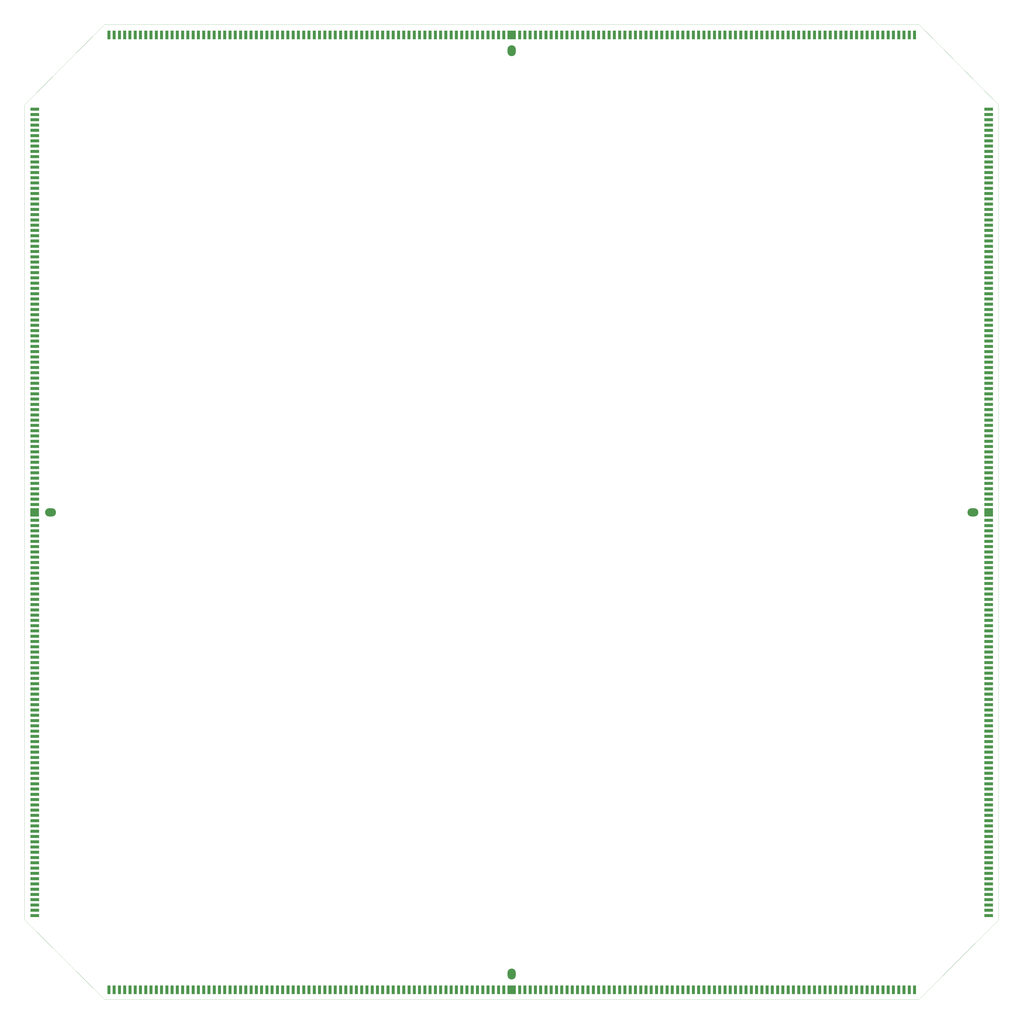
<source format=gbr>
G04 CAM350 V9.5 (Build 208) Date:  Fri Oct 27 13:29:48 2023 *
G04 Database: z:\traf_for_all_2023\proton_ushakov\ram558_558_alfametall montag_new(Íóæåí ðàìî÷íûé òðàôàðåò! ).pcb *
G04 Layer 1: TopPaste *
%FSLAX42Y42*%
%MOMM*%
%SFA1.000B1.000*%

%MIA0B0*%
%IPPOS*%
%ADD10C,0.10000*%
%ADD11O,4.71000X6.22029*%
%ADD13O,4.71000X6.22029*%
%ADD14O,6.22029X4.71000*%
%ADD15O,6.22029X4.71000*%
%ADD16R,1.80000X5.00000*%
%ADD17R,5.00000X1.80000*%
%ADD18R,4.81000X5.00000*%
%ADD19R,5.00000X4.81000*%
%LNTopPaste*%
%LPD*%
G54D16*
X-22940Y27156D03*
G54D17*
X-27166Y22929D03*
X27188D03*
G54D16*
X-22939Y-27198D03*
G54D18*
X11Y27157D03*
Y-27199D03*
G54D19*
X-27167Y-20D03*
X27189Y-21D03*
G54D16*
X-22640Y27156D03*
X-22340D03*
X-22040D03*
X-21740D03*
X-21440D03*
X-21140D03*
X-20840D03*
X-20540D03*
X-20240D03*
X-19940D03*
X-19640D03*
X-19340D03*
X-19040D03*
X-18740D03*
X-18440D03*
X-18140D03*
X-17840D03*
X-17540D03*
X-17240D03*
X-16940D03*
X-16640D03*
X-16340D03*
X-16040D03*
X-15740D03*
X-15440D03*
X-15140D03*
X-14840D03*
X-14540D03*
X-14240D03*
X-13940D03*
X-13640D03*
X-13340D03*
X-13040D03*
X-12740D03*
X-12440D03*
X-12140D03*
X-11840D03*
X-11540D03*
X-11240D03*
X-10940D03*
X-10640D03*
X-10340D03*
X-10040D03*
X-9740D03*
X-9440D03*
X-9140D03*
X-8840D03*
X-8540D03*
X-8240D03*
X-7940D03*
X-7640D03*
X-7340D03*
X-7040D03*
X-6740D03*
X-6440D03*
X-6140D03*
X-5840D03*
X-5540D03*
X-5240D03*
X-4940D03*
X-22639Y-27198D03*
X-22339D03*
X-22039D03*
X-21739D03*
X-21439D03*
X-21139D03*
X-20839D03*
X-20539D03*
X-20239D03*
X-19939D03*
X-19639D03*
X-19339D03*
X-19039D03*
X-18739D03*
X-18439D03*
X-18139D03*
X-17839D03*
X-17539D03*
X-17239D03*
X-16939D03*
X-16639D03*
X-16339D03*
X-16039D03*
X-15739D03*
X-15439D03*
X-15139D03*
X-14839D03*
X-14539D03*
X-14239D03*
X-13939D03*
X-13639D03*
X-13339D03*
X-13039D03*
X-12739D03*
X-12439D03*
X-12139D03*
X-11839D03*
X-11539D03*
X-11239D03*
X-10939D03*
X-10639D03*
X-10339D03*
X-10039D03*
X-9739D03*
X-9439D03*
X-9139D03*
X-8839D03*
X-8539D03*
X-8239D03*
X-7939D03*
X-7639D03*
X-7339D03*
X-7039D03*
X-6739D03*
X-6439D03*
X-6139D03*
X-5839D03*
X-5539D03*
X-5239D03*
X-4939D03*
X-4640Y27156D03*
X-4639Y-27198D03*
X-4340Y27156D03*
X-4339Y-27198D03*
X-4040Y27156D03*
X-4039Y-27198D03*
X-3740Y27156D03*
X-3739Y-27198D03*
X-3440Y27156D03*
X-3439Y-27198D03*
X-3140Y27156D03*
X-3139Y-27198D03*
X-2840Y27156D03*
X-2839Y-27198D03*
X-2540Y27156D03*
X-2539Y-27198D03*
X-2240Y27156D03*
X-2239Y-27198D03*
X-1940Y27156D03*
X-1939Y-27198D03*
X-1640Y27156D03*
X-1639Y-27198D03*
X-1340Y27156D03*
X-1339Y-27198D03*
X-1040Y27156D03*
X-1039Y-27198D03*
X-740Y27156D03*
X-739Y-27198D03*
X-440Y27156D03*
X-439Y-27198D03*
G54D17*
X-27166Y22629D03*
Y22329D03*
Y22029D03*
Y21729D03*
Y21429D03*
Y21129D03*
Y20829D03*
Y20529D03*
Y20229D03*
Y19929D03*
Y19629D03*
Y19329D03*
Y19029D03*
Y18729D03*
Y18429D03*
Y18129D03*
Y17829D03*
Y17529D03*
Y17229D03*
Y16929D03*
Y16629D03*
Y16329D03*
Y16029D03*
Y15729D03*
Y15429D03*
Y15129D03*
Y14829D03*
Y14529D03*
Y14229D03*
Y13929D03*
Y13629D03*
Y13329D03*
Y13029D03*
Y12729D03*
Y12429D03*
Y12129D03*
Y11829D03*
Y11529D03*
Y11229D03*
Y10929D03*
Y10629D03*
Y10329D03*
Y10029D03*
Y9729D03*
Y9429D03*
Y9129D03*
Y8829D03*
Y8529D03*
Y8229D03*
Y7929D03*
Y7629D03*
Y7329D03*
Y7029D03*
Y6729D03*
Y6429D03*
Y6129D03*
Y5829D03*
Y5529D03*
Y5229D03*
Y4929D03*
Y4629D03*
Y4329D03*
Y4029D03*
Y3729D03*
Y3429D03*
Y3129D03*
Y2829D03*
Y2529D03*
Y2229D03*
Y1929D03*
Y1629D03*
Y1329D03*
Y1029D03*
Y729D03*
Y429D03*
X27188Y22629D03*
Y22329D03*
Y22029D03*
Y21729D03*
Y21429D03*
Y21129D03*
Y20829D03*
Y20529D03*
Y20229D03*
Y19929D03*
Y19629D03*
Y19329D03*
Y19029D03*
Y18729D03*
Y18429D03*
Y18129D03*
Y17829D03*
Y17529D03*
Y17229D03*
Y16929D03*
Y16629D03*
Y16329D03*
Y16029D03*
Y15729D03*
Y15429D03*
Y15129D03*
Y14829D03*
Y14529D03*
Y14229D03*
Y13929D03*
Y13629D03*
Y13329D03*
Y13029D03*
Y12729D03*
Y12429D03*
Y12129D03*
Y11829D03*
Y11529D03*
Y11229D03*
Y10929D03*
Y10629D03*
Y10329D03*
Y10029D03*
Y9729D03*
Y9429D03*
Y9129D03*
Y8829D03*
Y8529D03*
Y8229D03*
Y7929D03*
Y7629D03*
Y7329D03*
Y7029D03*
Y6729D03*
Y6429D03*
Y6129D03*
Y5829D03*
Y5529D03*
Y5229D03*
Y4929D03*
Y4629D03*
Y4329D03*
Y4029D03*
Y3729D03*
Y3429D03*
Y3129D03*
Y2829D03*
Y2529D03*
Y2229D03*
Y1929D03*
Y1629D03*
Y1329D03*
Y1029D03*
Y729D03*
Y429D03*
G54D16*
X460Y27156D03*
X461Y-27198D03*
X760Y27156D03*
X1060D03*
X1360D03*
X1660D03*
X1960D03*
X2260D03*
X2560D03*
X2860D03*
X3160D03*
X3460D03*
X3760D03*
X4060D03*
X4360D03*
X4660D03*
X4960D03*
X5260D03*
X5560D03*
X5860D03*
X6160D03*
X6460D03*
X6760D03*
X7060D03*
X7360D03*
X7660D03*
X7960D03*
X8260D03*
X8560D03*
X8860D03*
X9160D03*
X9460D03*
X9760D03*
X10060D03*
X10360D03*
X10660D03*
X10960D03*
X11260D03*
X11560D03*
X11860D03*
X12160D03*
X12460D03*
X12760D03*
X13060D03*
X13360D03*
X13660D03*
X13960D03*
X14260D03*
X14560D03*
X14860D03*
X15160D03*
X15460D03*
X15760D03*
X16060D03*
X16360D03*
X16660D03*
X16960D03*
X17260D03*
X17560D03*
X17860D03*
X18160D03*
X18460D03*
X761Y-27198D03*
X1061D03*
X1361D03*
X1661D03*
X1961D03*
X2261D03*
X2561D03*
X2861D03*
X3161D03*
X3461D03*
X3761D03*
X4061D03*
X4361D03*
X4661D03*
X4961D03*
X5261D03*
X5561D03*
X5861D03*
X6161D03*
X6461D03*
X6761D03*
X7061D03*
X7361D03*
X7661D03*
X7961D03*
X8261D03*
X8561D03*
X8861D03*
X9161D03*
X9461D03*
X9761D03*
X10061D03*
X10361D03*
X10661D03*
X10961D03*
X11261D03*
X11561D03*
X11861D03*
X12161D03*
X12461D03*
X12761D03*
X13061D03*
X13361D03*
X13661D03*
X13961D03*
X14261D03*
X14561D03*
X14861D03*
X15161D03*
X15461D03*
X15761D03*
X16061D03*
X16361D03*
X16661D03*
X16961D03*
X17261D03*
X17561D03*
X17861D03*
X18161D03*
X18461D03*
X18760Y27156D03*
X18761Y-27198D03*
X19060Y27156D03*
X19061Y-27198D03*
X19360Y27156D03*
X19361Y-27198D03*
X19660Y27156D03*
X19661Y-27198D03*
X19960Y27156D03*
X19961Y-27198D03*
X20260Y27156D03*
X20261Y-27198D03*
X20560Y27156D03*
X20561Y-27198D03*
X20860Y27156D03*
X20861Y-27198D03*
X21160Y27156D03*
X21161Y-27198D03*
X21460Y27156D03*
X21461Y-27198D03*
X21760Y27156D03*
X21761Y-27198D03*
X22060Y27156D03*
X22061Y-27198D03*
X22360Y27156D03*
X22361Y-27198D03*
X22660Y27156D03*
X22661Y-27198D03*
X22960Y27156D03*
X22961Y-27198D03*
G54D17*
X-27166Y-471D03*
X27188D03*
X-27166Y-771D03*
Y-1071D03*
Y-1371D03*
Y-1671D03*
Y-1971D03*
Y-2271D03*
Y-2571D03*
Y-2871D03*
Y-3171D03*
Y-3471D03*
Y-3771D03*
Y-4071D03*
Y-4371D03*
Y-4671D03*
Y-4971D03*
Y-5271D03*
Y-5571D03*
Y-5871D03*
Y-6171D03*
Y-6471D03*
Y-6771D03*
Y-7071D03*
Y-7371D03*
Y-7671D03*
Y-7971D03*
Y-8271D03*
Y-8571D03*
Y-8871D03*
Y-9171D03*
Y-9471D03*
Y-9771D03*
Y-10071D03*
Y-10371D03*
Y-10671D03*
Y-10971D03*
Y-11271D03*
Y-11571D03*
Y-11871D03*
Y-12171D03*
Y-12471D03*
Y-12771D03*
Y-13071D03*
Y-13371D03*
Y-13671D03*
Y-13971D03*
Y-14271D03*
Y-14571D03*
Y-14871D03*
Y-15171D03*
Y-15471D03*
Y-15771D03*
Y-16071D03*
Y-16371D03*
Y-16671D03*
Y-16971D03*
Y-17271D03*
Y-17571D03*
Y-17871D03*
Y-18171D03*
Y-18471D03*
Y-18771D03*
Y-19071D03*
Y-19371D03*
Y-19671D03*
Y-19971D03*
Y-20271D03*
Y-20571D03*
Y-20871D03*
Y-21171D03*
Y-21471D03*
Y-21771D03*
Y-22071D03*
Y-22371D03*
Y-22671D03*
Y-22971D03*
X27188Y-771D03*
Y-1071D03*
Y-1371D03*
Y-1671D03*
Y-1971D03*
Y-2271D03*
Y-2571D03*
Y-2871D03*
Y-3171D03*
Y-3471D03*
Y-3771D03*
Y-4071D03*
Y-4371D03*
Y-4671D03*
Y-4971D03*
Y-5271D03*
Y-5571D03*
Y-5871D03*
Y-6171D03*
Y-6471D03*
Y-6771D03*
Y-7071D03*
Y-7371D03*
Y-7671D03*
Y-7971D03*
Y-8271D03*
Y-8571D03*
Y-8871D03*
Y-9171D03*
Y-9471D03*
Y-9771D03*
Y-10071D03*
Y-10371D03*
Y-10671D03*
Y-10971D03*
Y-11271D03*
Y-11571D03*
Y-11871D03*
Y-12171D03*
Y-12471D03*
Y-12771D03*
Y-13071D03*
Y-13371D03*
Y-13671D03*
Y-13971D03*
Y-14271D03*
Y-14571D03*
Y-14871D03*
Y-15171D03*
Y-15471D03*
Y-15771D03*
Y-16071D03*
Y-16371D03*
Y-16671D03*
Y-16971D03*
Y-17271D03*
Y-17571D03*
Y-17871D03*
Y-18171D03*
Y-18471D03*
Y-18771D03*
Y-19071D03*
Y-19371D03*
Y-19671D03*
Y-19971D03*
Y-20271D03*
Y-20571D03*
Y-20871D03*
Y-21171D03*
Y-21471D03*
Y-21771D03*
Y-22071D03*
Y-22371D03*
Y-22671D03*
Y-22971D03*
G54D15*
X-26266Y-21D03*
G54D14*
X26288D03*
G54D13*
X11Y26256D03*
G54D11*
Y-26298D03*
G54D10*
X-27750Y-23212D02*
G01X-27751Y23179D01*
Y23179D02*
G01X-23189Y27751D01*
Y27751D02*
G01X23211Y27753D01*
Y27753D02*
G01X27753Y23179D01*
Y23179D02*
G01X27750Y-23221D01*
Y-23221D02*
G01X23211Y-27753D01*
Y-27753D02*
G01X-23189D01*
Y-27753D02*
G01X-27750Y-23212D01*
M02*

</source>
